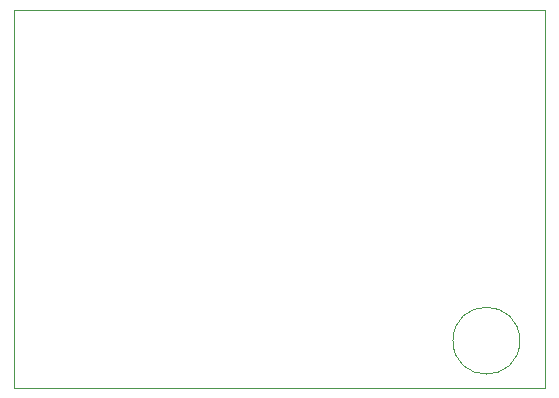
<source format=gbr>
%TF.GenerationSoftware,KiCad,Pcbnew,6.0.11+dfsg-1*%
%TF.CreationDate,2024-09-11T15:53:33+10:00*%
%TF.ProjectId,big_muff_pi_copy,6269675f-6d75-4666-965f-70695f636f70,V1*%
%TF.SameCoordinates,Original*%
%TF.FileFunction,Profile,NP*%
%FSLAX46Y46*%
G04 Gerber Fmt 4.6, Leading zero omitted, Abs format (unit mm)*
G04 Created by KiCad (PCBNEW 6.0.11+dfsg-1) date 2024-09-11 15:53:33*
%MOMM*%
%LPD*%
G01*
G04 APERTURE LIST*
%TA.AperFunction,Profile*%
%ADD10C,0.100000*%
%TD*%
G04 APERTURE END LIST*
D10*
X167828427Y-106000000D02*
G75*
G03*
X167828427Y-106000000I-2828427J0D01*
G01*
X125000000Y-78000000D02*
X170000000Y-78000000D01*
X170000000Y-78000000D02*
X170000000Y-110000000D01*
X170000000Y-110000000D02*
X125000000Y-110000000D01*
X125000000Y-110000000D02*
X125000000Y-78000000D01*
M02*

</source>
